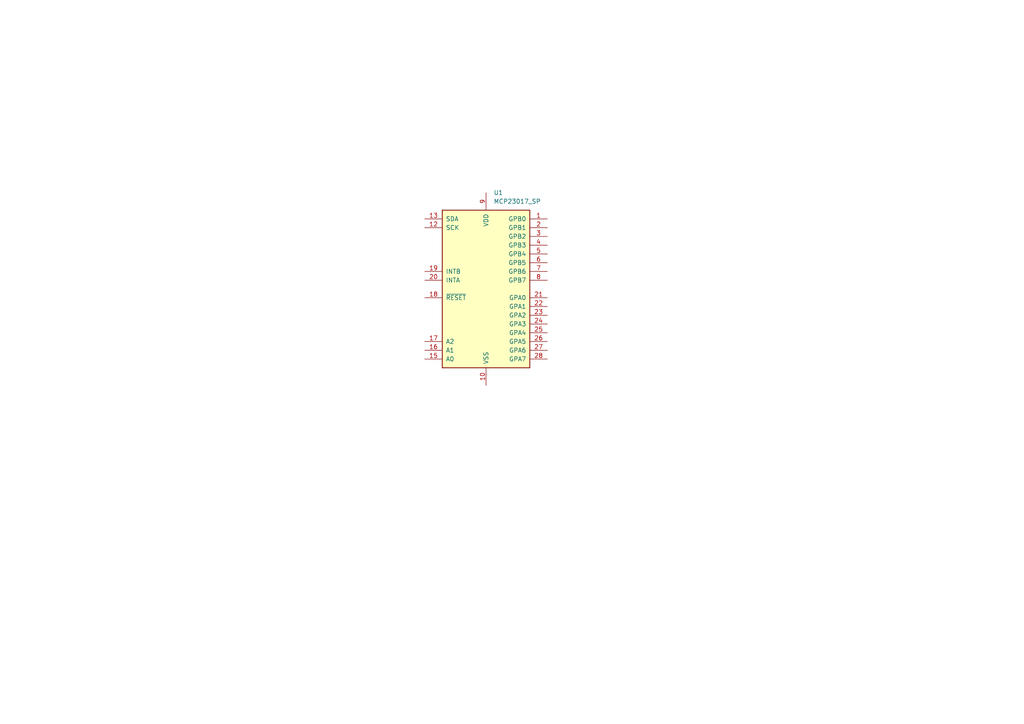
<source format=kicad_sch>
(kicad_sch (version 20231120) (generator "eeschema") (generator_version "8.0")
  (paper "A4")
  (lib_symbols
    (symbol "Interface_Expansion:MCP23017_SP" (pin_names (offset 1.016))
      (property "Reference" "U" (at -11.43 24.13 0))
      (property "Value" "MCP23017_SP" (at 0 0 0))
      (symbol "MCP23017_SP_0_1"
        (rectangle (start -12.7 22.86) (end 12.7 -22.86) (stroke (width 0.254)) (fill (type background)))
      )
      (symbol "MCP23017_SP_1_1"
        (pin bidirectional line (at 17.78 20.32 180) (length 5.08) (name "GPB0") (number "1"))
        (pin power_in line (at 0 -27.94 90) (length 5.08) (name "VSS") (number "10"))
        (pin no_connect line (at -12.7 15.24 0) (length 5.08) hide (name "NC") (number "11"))
        (pin input line (at -17.78 17.78 0) (length 5.08) (name "SCK") (number "12"))
        (pin bidirectional line (at -17.78 20.32 0) (length 5.08) (name "SDA") (number "13"))
        (pin no_connect line (at -12.7 12.7 0) (length 5.08) hide (name "NC") (number "14"))
        (pin input line (at -17.78 -20.32 0) (length 5.08) (name "A0") (number "15"))
        (pin input line (at -17.78 -17.78 0) (length 5.08) (name "A1") (number "16"))
        (pin input line (at -17.78 -15.24 0) (length 5.08) (name "A2") (number "17"))
        (pin input line (at -17.78 -2.54 0) (length 5.08) (name "~{RESET}") (number "18"))
        (pin tri_state line (at -17.78 5.08 0) (length 5.08) (name "INTB") (number "19"))
        (pin bidirectional line (at 17.78 17.78 180) (length 5.08) (name "GPB1") (number "2"))
        (pin tri_state line (at -17.78 2.54 0) (length 5.08) (name "INTA") (number "20"))
        (pin bidirectional line (at 17.78 -2.54 180) (length 5.08) (name "GPA0") (number "21"))
        (pin bidirectional line (at 17.78 -5.08 180) (length 5.08) (name "GPA1") (number "22"))
        (pin bidirectional line (at 17.78 -7.62 180) (length 5.08) (name "GPA2") (number "23"))
        (pin bidirectional line (at 17.78 -10.16 180) (length 5.08) (name "GPA3") (number "24"))
        (pin bidirectional line (at 17.78 -12.7 180) (length 5.08) (name "GPA4") (number "25"))
        (pin bidirectional line (at 17.78 -15.24 180) (length 5.08) (name "GPA5") (number "26"))
        (pin bidirectional line (at 17.78 -17.78 180) (length 5.08) (name "GPA6") (number "27"))
        (pin bidirectional line (at 17.78 -20.32 180) (length 5.08) (name "GPA7") (number "28"))
        (pin bidirectional line (at 17.78 15.24 180) (length 5.08) (name "GPB2") (number "3"))
        (pin bidirectional line (at 17.78 12.7 180) (length 5.08) (name "GPB3") (number "4"))
        (pin bidirectional line (at 17.78 10.16 180) (length 5.08) (name "GPB4") (number "5"))
        (pin bidirectional line (at 17.78 7.62 180) (length 5.08) (name "GPB5") (number "6"))
        (pin bidirectional line (at 17.78 5.08 180) (length 5.08) (name "GPB6") (number "7"))
        (pin bidirectional line (at 17.78 2.54 180) (length 5.08) (name "GPB7") (number "8"))
        (pin power_in line (at 0 27.94 270) (length 5.08) (name "VDD") (number "9"))
      )
    )
  )
  (symbol (lib_id "Interface_Expansion:MCP23017_SP") (at 140.97 83.82 0) (unit 1)
    (property "Reference" "U1" (at 143.1641 55.88 0) (effects (justify left)))
    (property "Value" "MCP23017_SP" (at 143.1641 58.42 0) (effects (justify left)))
    (property "Footprint" "Package_DIP:DIP-28_W7.62mm" (effects (hide yes)))
    (property "Datasheet" "http://ww1.microchip.com/downloads/en/DeviceDoc/20001952C.pdf" (effects (hide yes)))
    (property "Description" "16-bit I/O expander, I2C, interrupts, w pull-ups, SPDIP-28" (effects (hide yes)))
  )
)
</source>
